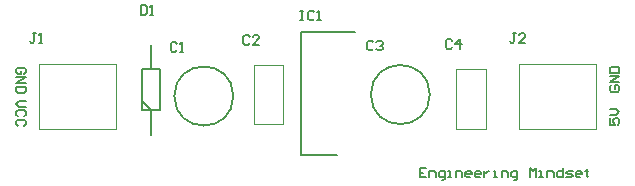
<source format=gto>
G04 Layer_Color=65535*
%FSLAX44Y44*%
%MOMM*%
G71*
G01*
G75*
%ADD21C,0.2000*%
%ADD22C,0.1000*%
D21*
X190100Y-82390D02*
G03*
X190100Y-82390I-25000J0D01*
G01*
X356470Y-81120D02*
G03*
X356470Y-81120I-25000J0D01*
G01*
X120650Y-59460D02*
Y-38960D01*
Y-114960D02*
Y-94460D01*
X113150Y-86960D02*
X120650Y-94460D01*
X113150D02*
X128150D01*
Y-59460D01*
X113150D02*
X128150D01*
X113150Y-94460D02*
Y-59460D01*
X247430Y-132010D02*
X278130D01*
X247430D02*
Y-28010D01*
X293430D01*
X353312Y-143133D02*
X347980D01*
Y-151130D01*
X353312D01*
X347980Y-147131D02*
X350646D01*
X355977Y-151130D02*
Y-145798D01*
X359976D01*
X361309Y-147131D01*
Y-151130D01*
X366641Y-153796D02*
X367974D01*
X369306Y-152463D01*
Y-145798D01*
X365308D01*
X363975Y-147131D01*
Y-149797D01*
X365308Y-151130D01*
X369306D01*
X371972D02*
X374638D01*
X373305D01*
Y-145798D01*
X371972D01*
X378637Y-151130D02*
Y-145798D01*
X382635D01*
X383968Y-147131D01*
Y-151130D01*
X390633D02*
X387967D01*
X386634Y-149797D01*
Y-147131D01*
X387967Y-145798D01*
X390633D01*
X391966Y-147131D01*
Y-148464D01*
X386634D01*
X398630Y-151130D02*
X395965D01*
X394632Y-149797D01*
Y-147131D01*
X395965Y-145798D01*
X398630D01*
X399963Y-147131D01*
Y-148464D01*
X394632D01*
X402629Y-145798D02*
Y-151130D01*
Y-148464D01*
X403962Y-147131D01*
X405295Y-145798D01*
X406628D01*
X410626Y-151130D02*
X413292D01*
X411959D01*
Y-145798D01*
X410626D01*
X417291Y-151130D02*
Y-145798D01*
X421290D01*
X422623Y-147131D01*
Y-151130D01*
X427954Y-153796D02*
X429287D01*
X430620Y-152463D01*
Y-145798D01*
X426621D01*
X425288Y-147131D01*
Y-149797D01*
X426621Y-151130D01*
X430620D01*
X441283D02*
Y-143133D01*
X443949Y-145798D01*
X446615Y-143133D01*
Y-151130D01*
X449281D02*
X451946D01*
X450614D01*
Y-145798D01*
X449281D01*
X455945Y-151130D02*
Y-145798D01*
X459944D01*
X461277Y-147131D01*
Y-151130D01*
X469274Y-143133D02*
Y-151130D01*
X465275D01*
X463943Y-149797D01*
Y-147131D01*
X465275Y-145798D01*
X469274D01*
X471940Y-151130D02*
X475939D01*
X477272Y-149797D01*
X475939Y-148464D01*
X473273D01*
X471940Y-147131D01*
X473273Y-145798D01*
X477272D01*
X483936Y-151130D02*
X481270D01*
X479937Y-149797D01*
Y-147131D01*
X481270Y-145798D01*
X483936D01*
X485269Y-147131D01*
Y-148464D01*
X479937D01*
X489268Y-144466D02*
Y-145798D01*
X487935D01*
X490601D01*
X489268D01*
Y-149797D01*
X490601Y-151130D01*
X142238Y-38293D02*
X140905Y-36961D01*
X138239D01*
X136906Y-38293D01*
Y-43625D01*
X138239Y-44958D01*
X140905D01*
X142238Y-43625D01*
X144903Y-44958D02*
X147569D01*
X146236D01*
Y-36961D01*
X144903Y-38293D01*
X203960Y-32197D02*
X202627Y-30865D01*
X199961D01*
X198628Y-32197D01*
Y-37529D01*
X199961Y-38862D01*
X202627D01*
X203960Y-37529D01*
X211957Y-38862D02*
X206625D01*
X211957Y-33530D01*
Y-32197D01*
X210624Y-30865D01*
X207958D01*
X206625Y-32197D01*
X308608Y-37023D02*
X307275Y-35691D01*
X304609D01*
X303276Y-37023D01*
Y-42355D01*
X304609Y-43688D01*
X307275D01*
X308608Y-42355D01*
X311273Y-37023D02*
X312606Y-35691D01*
X315272D01*
X316605Y-37023D01*
Y-38356D01*
X315272Y-39689D01*
X313939D01*
X315272D01*
X316605Y-41022D01*
Y-42355D01*
X315272Y-43688D01*
X312606D01*
X311273Y-42355D01*
X375410Y-35754D02*
X374077Y-34421D01*
X371411D01*
X370078Y-35754D01*
Y-41085D01*
X371411Y-42418D01*
X374077D01*
X375410Y-41085D01*
X382074Y-42418D02*
Y-34421D01*
X378075Y-38419D01*
X383407D01*
X111506Y-5719D02*
Y-13716D01*
X115505D01*
X116838Y-12383D01*
Y-7052D01*
X115505Y-5719D01*
X111506D01*
X119503Y-13716D02*
X122169D01*
X120836D01*
Y-5719D01*
X119503Y-7052D01*
X246634Y-10291D02*
X249300D01*
X247967D01*
Y-18288D01*
X246634D01*
X249300D01*
X258630Y-11624D02*
X257297Y-10291D01*
X254631D01*
X253298Y-11624D01*
Y-16955D01*
X254631Y-18288D01*
X257297D01*
X258630Y-16955D01*
X261296Y-18288D02*
X263962D01*
X262629D01*
Y-10291D01*
X261296Y-11624D01*
X22858Y-29341D02*
X20192D01*
X21525D01*
Y-36005D01*
X20192Y-37338D01*
X18859D01*
X17526Y-36005D01*
X25523Y-37338D02*
X28189D01*
X26856D01*
Y-29341D01*
X25523Y-30673D01*
X429258Y-29341D02*
X426592D01*
X427925D01*
Y-36005D01*
X426592Y-37338D01*
X425259D01*
X423926Y-36005D01*
X437255Y-37338D02*
X431923D01*
X437255Y-32006D01*
Y-30673D01*
X435922Y-29341D01*
X433256D01*
X431923Y-30673D01*
X508893Y-101348D02*
Y-106680D01*
X512891D01*
X511558Y-104014D01*
Y-102681D01*
X512891Y-101348D01*
X515557D01*
X516890Y-102681D01*
Y-105347D01*
X515557Y-106680D01*
X508893Y-98683D02*
X514224D01*
X516890Y-96017D01*
X514224Y-93351D01*
X508893D01*
X510225Y-73408D02*
X508893Y-74741D01*
Y-77407D01*
X510225Y-78740D01*
X515557D01*
X516890Y-77407D01*
Y-74741D01*
X515557Y-73408D01*
X512891D01*
Y-76074D01*
X516890Y-70743D02*
X508893D01*
X516890Y-65411D01*
X508893D01*
Y-62745D02*
X516890D01*
Y-58746D01*
X515557Y-57414D01*
X510225D01*
X508893Y-58746D01*
Y-62745D01*
X13015Y-63752D02*
X14347Y-62419D01*
Y-59753D01*
X13015Y-58420D01*
X7683D01*
X6350Y-59753D01*
Y-62419D01*
X7683Y-63752D01*
X10349D01*
Y-61086D01*
X6350Y-66417D02*
X14347D01*
X6350Y-71749D01*
X14347D01*
Y-74415D02*
X6350D01*
Y-78414D01*
X7683Y-79746D01*
X13015D01*
X14347Y-78414D01*
Y-74415D01*
Y-86360D02*
X9016D01*
X6350Y-89026D01*
X9016Y-91692D01*
X14347D01*
X13015Y-99689D02*
X14347Y-98356D01*
Y-95690D01*
X13015Y-94357D01*
X7683D01*
X6350Y-95690D01*
Y-98356D01*
X7683Y-99689D01*
X13015Y-107686D02*
X14347Y-106354D01*
Y-103688D01*
X13015Y-102355D01*
X7683D01*
X6350Y-103688D01*
Y-106354D01*
X7683Y-107686D01*
D22*
X207210Y-106480D02*
X232210D01*
Y-56480D01*
X207210D02*
X232210D01*
X207210Y-106480D02*
Y-56480D01*
X378660Y-59890D02*
X403660D01*
X378660Y-109890D02*
Y-59890D01*
Y-109890D02*
X403660D01*
Y-59890D01*
X25920Y-54850D02*
X90920D01*
X25920Y-110250D02*
Y-54850D01*
Y-110250D02*
X90920D01*
Y-54850D01*
X432320Y-110250D02*
X497320D01*
Y-54850D01*
X432320D02*
X497320D01*
X432320Y-110250D02*
Y-54850D01*
M02*

</source>
